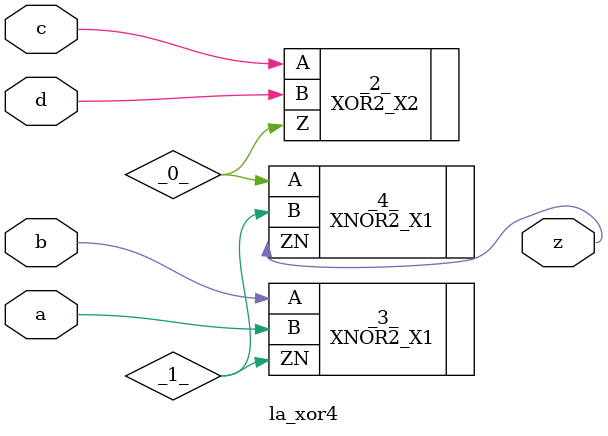
<source format=v>
/* Generated by Yosys 0.37 (git sha1 a5c7f69ed, clang 14.0.0-1ubuntu1.1 -fPIC -Os) */

module la_xor4(a, b, c, d, z);
  wire _0_;
  wire _1_;
  input a;
  wire a;
  input b;
  wire b;
  input c;
  wire c;
  input d;
  wire d;
  output z;
  wire z;
  XOR2_X2 _2_ (
    .A(c),
    .B(d),
    .Z(_0_)
  );
  XNOR2_X1 _3_ (
    .A(b),
    .B(a),
    .ZN(_1_)
  );
  XNOR2_X1 _4_ (
    .A(_0_),
    .B(_1_),
    .ZN(z)
  );
endmodule

</source>
